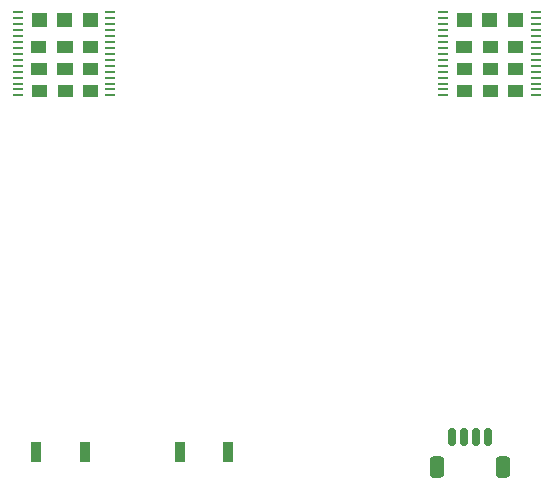
<source format=gbr>
%TF.GenerationSoftware,KiCad,Pcbnew,8.0.7*%
%TF.CreationDate,2025-01-02T17:31:43-08:00*%
%TF.ProjectId,BitaxeGT,42697461-7865-4475-942e-6b696361645f,v800*%
%TF.SameCoordinates,Original*%
%TF.FileFunction,Paste,Top*%
%TF.FilePolarity,Positive*%
%FSLAX46Y46*%
G04 Gerber Fmt 4.6, Leading zero omitted, Abs format (unit mm)*
G04 Created by KiCad (PCBNEW 8.0.7) date 2025-01-02 17:31:43*
%MOMM*%
%LPD*%
G01*
G04 APERTURE LIST*
G04 Aperture macros list*
%AMRoundRect*
0 Rectangle with rounded corners*
0 $1 Rounding radius*
0 $2 $3 $4 $5 $6 $7 $8 $9 X,Y pos of 4 corners*
0 Add a 4 corners polygon primitive as box body*
4,1,4,$2,$3,$4,$5,$6,$7,$8,$9,$2,$3,0*
0 Add four circle primitives for the rounded corners*
1,1,$1+$1,$2,$3*
1,1,$1+$1,$4,$5*
1,1,$1+$1,$6,$7*
1,1,$1+$1,$8,$9*
0 Add four rect primitives between the rounded corners*
20,1,$1+$1,$2,$3,$4,$5,0*
20,1,$1+$1,$4,$5,$6,$7,0*
20,1,$1+$1,$6,$7,$8,$9,0*
20,1,$1+$1,$8,$9,$2,$3,0*%
G04 Aperture macros list end*
%ADD10C,0.001000*%
%ADD11R,0.900000X1.800000*%
%ADD12RoundRect,0.055250X-0.340750X-0.055250X0.340750X-0.055250X0.340750X0.055250X-0.340750X0.055250X0*%
%ADD13RoundRect,0.150000X0.150000X0.625000X-0.150000X0.625000X-0.150000X-0.625000X0.150000X-0.625000X0*%
%ADD14RoundRect,0.250000X0.350000X0.650000X-0.350000X0.650000X-0.350000X-0.650000X0.350000X-0.650000X0*%
G04 APERTURE END LIST*
%TO.C,U9*%
D10*
X111420000Y-111865000D02*
X110220000Y-111865000D01*
X110220000Y-110915000D01*
X111420000Y-110915000D01*
X111420000Y-111865000D01*
G36*
X111420000Y-111865000D02*
G01*
X110220000Y-111865000D01*
X110220000Y-110915000D01*
X111420000Y-110915000D01*
X111420000Y-111865000D01*
G37*
X111430000Y-113695000D02*
X110230000Y-113695000D01*
X110230000Y-112745000D01*
X111430000Y-112745000D01*
X111430000Y-113695000D01*
G36*
X111430000Y-113695000D02*
G01*
X110230000Y-113695000D01*
X110230000Y-112745000D01*
X111430000Y-112745000D01*
X111430000Y-113695000D01*
G37*
X111440000Y-115555000D02*
X110240000Y-115555000D01*
X110240000Y-114605000D01*
X111440000Y-114605000D01*
X111440000Y-115555000D01*
G36*
X111440000Y-115555000D02*
G01*
X110240000Y-115555000D01*
X110240000Y-114605000D01*
X111440000Y-114605000D01*
X111440000Y-115555000D01*
G37*
X111460000Y-109660000D02*
X110260000Y-109660000D01*
X110260000Y-108540000D01*
X111460000Y-108540000D01*
X111460000Y-109660000D01*
G36*
X111460000Y-109660000D02*
G01*
X110260000Y-109660000D01*
X110260000Y-108540000D01*
X111460000Y-108540000D01*
X111460000Y-109660000D01*
G37*
X113600000Y-109650000D02*
X112400000Y-109650000D01*
X112400000Y-108540000D01*
X113600000Y-108540000D01*
X113600000Y-109650000D01*
G36*
X113600000Y-109650000D02*
G01*
X112400000Y-109650000D01*
X112400000Y-108540000D01*
X113600000Y-108540000D01*
X113600000Y-109650000D01*
G37*
X113630000Y-111875000D02*
X112430000Y-111875000D01*
X112430000Y-110925000D01*
X113630000Y-110925000D01*
X113630000Y-111875000D01*
G36*
X113630000Y-111875000D02*
G01*
X112430000Y-111875000D01*
X112430000Y-110925000D01*
X113630000Y-110925000D01*
X113630000Y-111875000D01*
G37*
X113640000Y-113705000D02*
X112440000Y-113705000D01*
X112440000Y-112755000D01*
X113640000Y-112755000D01*
X113640000Y-113705000D01*
G36*
X113640000Y-113705000D02*
G01*
X112440000Y-113705000D01*
X112440000Y-112755000D01*
X113640000Y-112755000D01*
X113640000Y-113705000D01*
G37*
X113650000Y-115565000D02*
X112450000Y-115565000D01*
X112450000Y-114615000D01*
X113650000Y-114615000D01*
X113650000Y-115565000D01*
G36*
X113650000Y-115565000D02*
G01*
X112450000Y-115565000D01*
X112450000Y-114615000D01*
X113650000Y-114615000D01*
X113650000Y-115565000D01*
G37*
X115780000Y-109630000D02*
X114580000Y-109630000D01*
X114580000Y-108520000D01*
X115780000Y-108520000D01*
X115780000Y-109630000D01*
G36*
X115780000Y-109630000D02*
G01*
X114580000Y-109630000D01*
X114580000Y-108520000D01*
X115780000Y-108520000D01*
X115780000Y-109630000D01*
G37*
X115780000Y-111875000D02*
X114580000Y-111875000D01*
X114580000Y-110925000D01*
X115780000Y-110925000D01*
X115780000Y-111875000D01*
G36*
X115780000Y-111875000D02*
G01*
X114580000Y-111875000D01*
X114580000Y-110925000D01*
X115780000Y-110925000D01*
X115780000Y-111875000D01*
G37*
X115790000Y-113705000D02*
X114590000Y-113705000D01*
X114590000Y-112755000D01*
X115790000Y-112755000D01*
X115790000Y-113705000D01*
G36*
X115790000Y-113705000D02*
G01*
X114590000Y-113705000D01*
X114590000Y-112755000D01*
X115790000Y-112755000D01*
X115790000Y-113705000D01*
G37*
X115800000Y-115565000D02*
X114600000Y-115565000D01*
X114600000Y-114615000D01*
X115800000Y-114615000D01*
X115800000Y-115565000D01*
G36*
X115800000Y-115565000D02*
G01*
X114600000Y-115565000D01*
X114600000Y-114615000D01*
X115800000Y-114615000D01*
X115800000Y-115565000D01*
G37*
%TO.C,U10*%
X147420000Y-111865000D02*
X146220000Y-111865000D01*
X146220000Y-110915000D01*
X147420000Y-110915000D01*
X147420000Y-111865000D01*
G36*
X147420000Y-111865000D02*
G01*
X146220000Y-111865000D01*
X146220000Y-110915000D01*
X147420000Y-110915000D01*
X147420000Y-111865000D01*
G37*
X147430000Y-113695000D02*
X146230000Y-113695000D01*
X146230000Y-112745000D01*
X147430000Y-112745000D01*
X147430000Y-113695000D01*
G36*
X147430000Y-113695000D02*
G01*
X146230000Y-113695000D01*
X146230000Y-112745000D01*
X147430000Y-112745000D01*
X147430000Y-113695000D01*
G37*
X147440000Y-115555000D02*
X146240000Y-115555000D01*
X146240000Y-114605000D01*
X147440000Y-114605000D01*
X147440000Y-115555000D01*
G36*
X147440000Y-115555000D02*
G01*
X146240000Y-115555000D01*
X146240000Y-114605000D01*
X147440000Y-114605000D01*
X147440000Y-115555000D01*
G37*
X147460000Y-109660000D02*
X146260000Y-109660000D01*
X146260000Y-108540000D01*
X147460000Y-108540000D01*
X147460000Y-109660000D01*
G36*
X147460000Y-109660000D02*
G01*
X146260000Y-109660000D01*
X146260000Y-108540000D01*
X147460000Y-108540000D01*
X147460000Y-109660000D01*
G37*
X149600000Y-109650000D02*
X148400000Y-109650000D01*
X148400000Y-108540000D01*
X149600000Y-108540000D01*
X149600000Y-109650000D01*
G36*
X149600000Y-109650000D02*
G01*
X148400000Y-109650000D01*
X148400000Y-108540000D01*
X149600000Y-108540000D01*
X149600000Y-109650000D01*
G37*
X149630000Y-111875000D02*
X148430000Y-111875000D01*
X148430000Y-110925000D01*
X149630000Y-110925000D01*
X149630000Y-111875000D01*
G36*
X149630000Y-111875000D02*
G01*
X148430000Y-111875000D01*
X148430000Y-110925000D01*
X149630000Y-110925000D01*
X149630000Y-111875000D01*
G37*
X149640000Y-113705000D02*
X148440000Y-113705000D01*
X148440000Y-112755000D01*
X149640000Y-112755000D01*
X149640000Y-113705000D01*
G36*
X149640000Y-113705000D02*
G01*
X148440000Y-113705000D01*
X148440000Y-112755000D01*
X149640000Y-112755000D01*
X149640000Y-113705000D01*
G37*
X149650000Y-115565000D02*
X148450000Y-115565000D01*
X148450000Y-114615000D01*
X149650000Y-114615000D01*
X149650000Y-115565000D01*
G36*
X149650000Y-115565000D02*
G01*
X148450000Y-115565000D01*
X148450000Y-114615000D01*
X149650000Y-114615000D01*
X149650000Y-115565000D01*
G37*
X151780000Y-109630000D02*
X150580000Y-109630000D01*
X150580000Y-108520000D01*
X151780000Y-108520000D01*
X151780000Y-109630000D01*
G36*
X151780000Y-109630000D02*
G01*
X150580000Y-109630000D01*
X150580000Y-108520000D01*
X151780000Y-108520000D01*
X151780000Y-109630000D01*
G37*
X151780000Y-111875000D02*
X150580000Y-111875000D01*
X150580000Y-110925000D01*
X151780000Y-110925000D01*
X151780000Y-111875000D01*
G36*
X151780000Y-111875000D02*
G01*
X150580000Y-111875000D01*
X150580000Y-110925000D01*
X151780000Y-110925000D01*
X151780000Y-111875000D01*
G37*
X151790000Y-113705000D02*
X150590000Y-113705000D01*
X150590000Y-112755000D01*
X151790000Y-112755000D01*
X151790000Y-113705000D01*
G36*
X151790000Y-113705000D02*
G01*
X150590000Y-113705000D01*
X150590000Y-112755000D01*
X151790000Y-112755000D01*
X151790000Y-113705000D01*
G37*
X151800000Y-115565000D02*
X150600000Y-115565000D01*
X150600000Y-114615000D01*
X151800000Y-114615000D01*
X151800000Y-115565000D01*
G36*
X151800000Y-115565000D02*
G01*
X150600000Y-115565000D01*
X150600000Y-114615000D01*
X151800000Y-114615000D01*
X151800000Y-115565000D01*
G37*
%TD*%
D11*
%TO.C,SW2*%
X122790000Y-145690000D03*
X126900000Y-145690000D03*
%TD*%
D12*
%TO.C,U9*%
X109084000Y-108486000D03*
X109084000Y-108988000D03*
X109084000Y-109490000D03*
X109084000Y-109992000D03*
X109084000Y-110494000D03*
X109084000Y-110996000D03*
X109084000Y-111498000D03*
X109084000Y-112000000D03*
X109084000Y-112502000D03*
X109084000Y-113004000D03*
X109084000Y-113506000D03*
X109084000Y-114008000D03*
X109084000Y-114510000D03*
X109084000Y-115012000D03*
X109084000Y-115514000D03*
X116916000Y-115514000D03*
X116916000Y-115012000D03*
X116916000Y-114510000D03*
X116916000Y-114008000D03*
X116916000Y-113506000D03*
X116916000Y-113004000D03*
X116916000Y-112502000D03*
X116916000Y-112000000D03*
X116916000Y-111498000D03*
X116916000Y-110996000D03*
X116916000Y-110494000D03*
X116916000Y-109992000D03*
X116916000Y-109490000D03*
X116916000Y-108988000D03*
X116916000Y-108486000D03*
%TD*%
D11*
%TO.C,SW1*%
X114760000Y-145740000D03*
X110650000Y-145740000D03*
%TD*%
D13*
%TO.C,J6*%
X148850000Y-144425000D03*
X147850000Y-144425000D03*
X146850000Y-144425000D03*
X145850000Y-144425000D03*
D14*
X150150000Y-146950000D03*
X144550000Y-146950000D03*
%TD*%
D12*
%TO.C,U10*%
X145084000Y-108486000D03*
X145084000Y-108988000D03*
X145084000Y-109490000D03*
X145084000Y-109992000D03*
X145084000Y-110494000D03*
X145084000Y-110996000D03*
X145084000Y-111498000D03*
X145084000Y-112000000D03*
X145084000Y-112502000D03*
X145084000Y-113004000D03*
X145084000Y-113506000D03*
X145084000Y-114008000D03*
X145084000Y-114510000D03*
X145084000Y-115012000D03*
X145084000Y-115514000D03*
X152916000Y-115514000D03*
X152916000Y-115012000D03*
X152916000Y-114510000D03*
X152916000Y-114008000D03*
X152916000Y-113506000D03*
X152916000Y-113004000D03*
X152916000Y-112502000D03*
X152916000Y-112000000D03*
X152916000Y-111498000D03*
X152916000Y-110996000D03*
X152916000Y-110494000D03*
X152916000Y-109992000D03*
X152916000Y-109490000D03*
X152916000Y-108988000D03*
X152916000Y-108486000D03*
%TD*%
M02*

</source>
